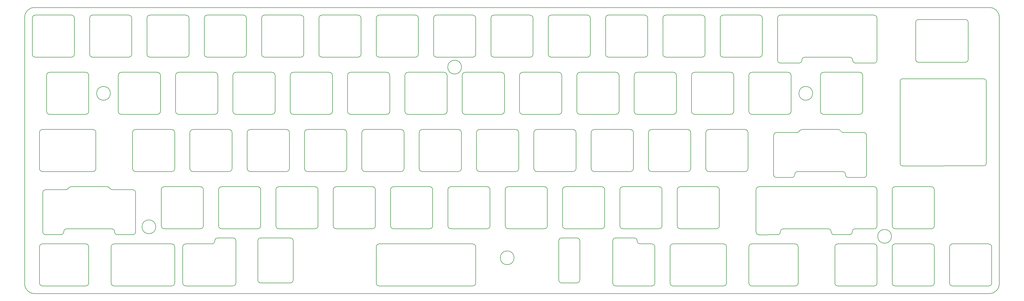
<source format=gbr>
%TF.GenerationSoftware,KiCad,Pcbnew,(5.1.6)-1*%
%TF.CreationDate,2022-08-08T21:24:52-05:00*%
%TF.ProjectId,pinstripe_plate,70696e73-7472-4697-9065-5f706c617465,rev?*%
%TF.SameCoordinates,Original*%
%TF.FileFunction,Profile,NP*%
%FSLAX46Y46*%
G04 Gerber Fmt 4.6, Leading zero omitted, Abs format (unit mm)*
G04 Created by KiCad (PCBNEW (5.1.6)-1) date 2022-08-08 21:24:52*
%MOMM*%
%LPD*%
G01*
G04 APERTURE LIST*
%TA.AperFunction,Profile*%
%ADD10C,0.200000*%
%TD*%
G04 APERTURE END LIST*
D10*
X345631250Y-78437500D02*
X345631250Y-90725000D01*
X363093750Y-78437500D02*
X363093750Y-90725000D01*
X363093750Y-90725000D02*
G75*
G02*
X362093750Y-91725000I-1000000J0D01*
G01*
X346631250Y-91725000D02*
G75*
G02*
X345631250Y-90725000I0J1000000D01*
G01*
X362093750Y-77437500D02*
G75*
G02*
X363093750Y-78437500I0J-1000000D01*
G01*
X345631250Y-78437500D02*
G75*
G02*
X346631250Y-77437500I1000000J0D01*
G01*
X346631250Y-91725000D02*
X362093750Y-91725000D01*
X346631250Y-77437500D02*
X362093750Y-77437500D01*
X340456055Y-98028599D02*
G75*
G02*
X341281500Y-97201750I793695J33099D01*
G01*
X368332500Y-97201750D02*
G75*
G02*
X369094500Y-97963750I0J-762000D01*
G01*
X369094500Y-97963750D02*
X369094500Y-125427750D01*
X340456055Y-125443500D02*
G75*
G03*
X341218055Y-126205500I762000J0D01*
G01*
X368332500Y-126189750D02*
X341218055Y-126205500D01*
X368332500Y-126189750D02*
G75*
G03*
X369094500Y-125427750I0J762000D01*
G01*
X340456055Y-98028599D02*
X340456055Y-125443500D01*
X341281500Y-97201750D02*
X368332500Y-97201750D01*
X194737500Y-93312500D02*
G75*
G03*
X194737500Y-93312500I-2300000J0D01*
G01*
X93137500Y-146493750D02*
G75*
G03*
X93137500Y-146493750I-2300000J0D01*
G01*
X212200000Y-156812500D02*
G75*
G03*
X212200000Y-156812500I-2300000J0D01*
G01*
X337612500Y-149668750D02*
G75*
G03*
X337612500Y-149668750I-2300000J0D01*
G01*
X311418750Y-102043750D02*
G75*
G03*
X311418750Y-102043750I-2300000J0D01*
G01*
X78056250Y-102043750D02*
G75*
G03*
X78056250Y-102043750I-2300000J0D01*
G01*
X373412500Y-165543750D02*
G75*
G02*
X370237500Y-168718750I-3175000J0D01*
G01*
X370237500Y-73468750D02*
G75*
G02*
X373412500Y-76643750I0J-3175000D01*
G01*
X49562500Y-76643750D02*
G75*
G02*
X52737500Y-73468750I3175000J0D01*
G01*
X52737500Y-168718750D02*
G75*
G02*
X49562500Y-165543750I0J3175000D01*
G01*
X234031250Y-164193750D02*
X234031250Y-151193750D01*
X233031250Y-150193750D02*
X228037500Y-150193750D01*
X233031250Y-150193750D02*
G75*
G02*
X234031250Y-151193750I0J-1000000D01*
G01*
X63555750Y-147143750D02*
X78431750Y-147143750D01*
X78431750Y-147143750D02*
G75*
G02*
X79431750Y-148143750I0J-1000000D01*
G01*
X80431750Y-149143750D02*
G75*
G02*
X79431750Y-148143750I0J1000000D01*
G01*
X85431750Y-134143750D02*
G75*
G02*
X86431750Y-135143750I0J-1000000D01*
G01*
X64127725Y-133643750D02*
G75*
G02*
X64993750Y-133143750I866025J-500000D01*
G01*
X62555750Y-148143750D02*
G75*
G02*
X63555750Y-147143750I1000000J0D01*
G01*
X62555750Y-148143750D02*
G75*
G02*
X61555750Y-149143750I-1000000J0D01*
G01*
X78725800Y-134143750D02*
X85431750Y-134143750D01*
X64127725Y-133643750D02*
G75*
G02*
X63261700Y-134143750I-866025J500000D01*
G01*
X86431750Y-135143750D02*
X86431750Y-148143750D01*
X86431750Y-148143750D02*
G75*
G02*
X85431750Y-149143750I-1000000J0D01*
G01*
X80431750Y-149143750D02*
X85431750Y-149143750D01*
X77859775Y-133643750D02*
G75*
G03*
X78725800Y-134143750I866025J500000D01*
G01*
X77859775Y-133643750D02*
G75*
G03*
X76993750Y-133143750I-866025J-500000D01*
G01*
X320747275Y-114593750D02*
G75*
G03*
X321613300Y-115093750I866025J500000D01*
G01*
X320747275Y-114593750D02*
G75*
G03*
X319881250Y-114093750I-866025J-500000D01*
G01*
X324556750Y-148143750D02*
G75*
G02*
X325556750Y-147143750I1000000J0D01*
G01*
X331787500Y-147143750D02*
X325556750Y-147143750D01*
X293593750Y-133143750D02*
X315118749Y-133143750D01*
X301680750Y-147143750D02*
X316556750Y-147143750D01*
X300680750Y-148143750D02*
G75*
G02*
X301680750Y-147143750I1000000J0D01*
G01*
X291212500Y-166193750D02*
X305593750Y-166193750D01*
X291212500Y-152193750D02*
X305593750Y-152193750D01*
X265018750Y-166193750D02*
X281781250Y-166193750D01*
X265018750Y-152193750D02*
X281781250Y-152193750D01*
X254087500Y-152193750D02*
X257968750Y-152193750D01*
X254087500Y-152193750D02*
G75*
G02*
X253087500Y-151193750I0J1000000D01*
G01*
X198437500Y-166193750D02*
X167387500Y-166193750D01*
X198437500Y-152193750D02*
X167387500Y-152193750D01*
X137787500Y-165193750D02*
X128031250Y-165193750D01*
X137787500Y-150193750D02*
X128031250Y-150193750D01*
X119737500Y-151193750D02*
X119745000Y-165193750D01*
X119745000Y-165193750D02*
G75*
G02*
X118745000Y-166193750I-1000000J0D01*
G01*
X103093750Y-152193750D02*
X111737500Y-152193750D01*
X118745000Y-166193750D02*
X103093750Y-166193750D01*
X112737500Y-151193750D02*
G75*
G02*
X111737500Y-152193750I-1000000J0D01*
G01*
X79281250Y-166193750D02*
X98425000Y-166193750D01*
X79281250Y-152193750D02*
X98425000Y-152193750D01*
X55468750Y-166193750D02*
X69850000Y-166193750D01*
X55468750Y-152193750D02*
X69850000Y-152193750D01*
X332787500Y-76993750D02*
X332789000Y-90993750D01*
X331789000Y-91993750D02*
G75*
G03*
X332789000Y-90993750I0J1000000D01*
G01*
X323700500Y-89993750D02*
G75*
G02*
X324700500Y-90993750I0J-1000000D01*
G01*
X308824500Y-89993750D02*
X323700500Y-89993750D01*
X307824500Y-90993750D02*
G75*
G02*
X308824500Y-89993750I1000000J0D01*
G01*
X300737500Y-75993750D02*
X331787500Y-75993750D01*
X55468750Y-128093750D02*
X72231250Y-128093750D01*
X55468750Y-114093750D02*
X72231250Y-114093750D01*
X245968750Y-166193750D02*
X257968750Y-166193750D01*
X167387500Y-89993749D02*
X179387499Y-89993749D01*
X161337499Y-88993750D02*
G75*
G02*
X160337500Y-89993749I-999999J0D01*
G01*
X198437500Y-75993750D02*
G75*
G02*
X199437500Y-76993750I0J-1000000D01*
G01*
X204487500Y-76993750D02*
G75*
G02*
X205487500Y-75993750I1000000J0D01*
G01*
X218487500Y-76993750D02*
X218487500Y-88993750D01*
X204487500Y-76993750D02*
X204487500Y-88993750D01*
X205487500Y-89993749D02*
X217487500Y-89993749D01*
X205487500Y-75993750D02*
X217487500Y-75993750D01*
X199437499Y-88993750D02*
G75*
G02*
X198437500Y-89993749I-999999J0D01*
G01*
X186437500Y-89993750D02*
G75*
G02*
X185437500Y-88993750I0J1000000D01*
G01*
X185437500Y-76993750D02*
X185437500Y-88993750D01*
X186437500Y-75993750D02*
X198437500Y-75993750D01*
X185437500Y-76993750D02*
G75*
G02*
X186437500Y-75993750I1000000J0D01*
G01*
X179387499Y-75993750D02*
G75*
G02*
X180387499Y-76993750I0J-1000000D01*
G01*
X199437500Y-76993750D02*
X199437500Y-88993750D01*
X166387500Y-76993750D02*
X166387500Y-88993750D01*
X148337500Y-89993750D02*
G75*
G02*
X147337500Y-88993750I0J1000000D01*
G01*
X160337500Y-75993750D02*
G75*
G02*
X161337500Y-76993750I0J-1000000D01*
G01*
X167387500Y-89993750D02*
G75*
G02*
X166387500Y-88993750I0J1000000D01*
G01*
X167387500Y-75993750D02*
X179387499Y-75993750D01*
X186437500Y-89993749D02*
X198437500Y-89993749D01*
X180387498Y-88993750D02*
G75*
G02*
X179387499Y-89993749I-999999J0D01*
G01*
X224537500Y-75993750D02*
X236537500Y-75993750D01*
X218487499Y-88993750D02*
G75*
G02*
X217487500Y-89993749I-999999J0D01*
G01*
X180387499Y-76993750D02*
X180387499Y-88993750D01*
X205487500Y-89993750D02*
G75*
G02*
X204487500Y-88993750I0J1000000D01*
G01*
X217487500Y-75993750D02*
G75*
G02*
X218487500Y-76993750I0J-1000000D01*
G01*
X166387500Y-76993750D02*
G75*
G02*
X167387500Y-75993750I1000000J0D01*
G01*
X123237500Y-76993750D02*
X123237500Y-88993750D01*
X109237500Y-76993750D02*
X109237500Y-88993750D01*
X103187500Y-75993750D02*
G75*
G02*
X104187500Y-76993750I0J-1000000D01*
G01*
X129287500Y-89993749D02*
X141287500Y-89993749D01*
X72137500Y-75993750D02*
X84137500Y-75993750D01*
X65087500Y-75993751D02*
G75*
G02*
X66087499Y-76993750I0J-999999D01*
G01*
X109237500Y-76993750D02*
G75*
G02*
X110237500Y-75993750I1000000J0D01*
G01*
X147337500Y-76993750D02*
G75*
G02*
X148337500Y-75993750I1000000J0D01*
G01*
X142287499Y-88993750D02*
G75*
G02*
X141287500Y-89993749I-999999J0D01*
G01*
X91187500Y-89993749D02*
X103187500Y-89993749D01*
X53087500Y-89993750D02*
G75*
G02*
X52087500Y-88993750I0J1000000D01*
G01*
X72137500Y-89993749D02*
X84137500Y-89993749D01*
X161337500Y-76993750D02*
X161337500Y-88993750D01*
X147337500Y-76993750D02*
X147337500Y-88993750D01*
X148337500Y-89993749D02*
X160337500Y-89993749D01*
X66087499Y-88993750D02*
G75*
G02*
X65087500Y-89993749I-999999J0D01*
G01*
X148337500Y-75993750D02*
X160337500Y-75993750D01*
X141287500Y-75993750D02*
G75*
G02*
X142287500Y-76993750I0J-1000000D01*
G01*
X53087500Y-89993749D02*
X65087500Y-89993749D01*
X123237499Y-88993750D02*
G75*
G02*
X122237500Y-89993749I-999999J0D01*
G01*
X122237500Y-75993750D02*
G75*
G02*
X123237500Y-76993750I0J-1000000D01*
G01*
X104187500Y-76993750D02*
X104187500Y-88993750D01*
X71137500Y-76993750D02*
X71137500Y-88993750D01*
X52087500Y-76993750D02*
G75*
G02*
X53087500Y-75993750I1000000J0D01*
G01*
X90187500Y-76993750D02*
G75*
G02*
X91187500Y-75993750I1000000J0D01*
G01*
X142287500Y-76993750D02*
X142287500Y-88993750D01*
X91187500Y-75993750D02*
X103187500Y-75993750D01*
X104187499Y-88993750D02*
G75*
G02*
X103187500Y-89993749I-999999J0D01*
G01*
X72137500Y-89993750D02*
G75*
G02*
X71137500Y-88993750I0J1000000D01*
G01*
X129287500Y-75993750D02*
X141287500Y-75993750D01*
X110237500Y-75993750D02*
X122237500Y-75993750D01*
X52087500Y-76993750D02*
X52087500Y-88993750D01*
X110237500Y-89993750D02*
G75*
G02*
X109237500Y-88993750I0J1000000D01*
G01*
X129287500Y-89993750D02*
G75*
G02*
X128287500Y-88993750I0J1000000D01*
G01*
X128287500Y-76993750D02*
G75*
G02*
X129287500Y-75993750I1000000J0D01*
G01*
X128287500Y-76993750D02*
X128287500Y-88993750D01*
X84137500Y-75993750D02*
G75*
G02*
X85137500Y-76993750I0J-1000000D01*
G01*
X91187500Y-89993750D02*
G75*
G02*
X90187500Y-88993750I0J1000000D01*
G01*
X85137499Y-88993750D02*
G75*
G02*
X84137500Y-89993749I-999999J0D01*
G01*
X90187500Y-76993750D02*
X90187500Y-88993750D01*
X53087500Y-75993750D02*
X65087500Y-75993750D01*
X66087499Y-76993750D02*
X66087499Y-88993750D01*
X85137500Y-76993750D02*
X85137500Y-88993750D01*
X110237500Y-89993749D02*
X122237500Y-89993749D01*
X71137500Y-76993750D02*
G75*
G02*
X72137500Y-75993750I1000000J0D01*
G01*
X81662500Y-109043750D02*
G75*
G02*
X80662500Y-108043750I0J1000000D01*
G01*
X80662500Y-96043750D02*
X80662500Y-108043750D01*
X57850000Y-95043750D02*
X69850000Y-95043750D01*
X112712500Y-95043750D02*
G75*
G02*
X113712500Y-96043750I0J-1000000D01*
G01*
X81662500Y-109043750D02*
X93662500Y-109043750D01*
X113712500Y-96043750D02*
X113712500Y-108043750D01*
X331787500Y-75993750D02*
G75*
G02*
X332787500Y-76993750I0J-1000000D01*
G01*
X80662500Y-96043750D02*
G75*
G02*
X81662500Y-95043750I1000000J0D01*
G01*
X70850000Y-108043750D02*
G75*
G02*
X69850000Y-109043750I-1000000J0D01*
G01*
X100712500Y-109043750D02*
X112712500Y-109043750D01*
X57850000Y-109043750D02*
X69850000Y-109043750D01*
X69850000Y-95043750D02*
G75*
G02*
X70850000Y-96043750I0J-1000000D01*
G01*
X150812500Y-95043750D02*
G75*
G02*
X151812500Y-96043750I0J-1000000D01*
G01*
X119762500Y-95043750D02*
X131762500Y-95043750D01*
X94662500Y-96043750D02*
X94662500Y-108043750D01*
X100712500Y-109043750D02*
G75*
G02*
X99712500Y-108043750I0J1000000D01*
G01*
X157862500Y-109043750D02*
X169862500Y-109043750D01*
X157862500Y-95043750D02*
X169862500Y-95043750D01*
X56850000Y-96043750D02*
X56850000Y-108043750D01*
X151812500Y-108043750D02*
G75*
G02*
X150812500Y-109043750I-1000000J0D01*
G01*
X137812500Y-96043750D02*
X137812500Y-108043750D01*
X131762500Y-95043750D02*
G75*
G02*
X132762500Y-96043750I0J-1000000D01*
G01*
X113712500Y-108043750D02*
G75*
G02*
X112712500Y-109043750I-1000000J0D01*
G01*
X118762500Y-96043750D02*
X118762500Y-108043750D01*
X57850000Y-109043750D02*
G75*
G02*
X56850000Y-108043750I0J1000000D01*
G01*
X132762500Y-96043750D02*
X132762500Y-108043750D01*
X138812500Y-109043750D02*
G75*
G02*
X137812500Y-108043750I0J1000000D01*
G01*
X56850000Y-96043750D02*
G75*
G02*
X57850000Y-95043750I1000000J0D01*
G01*
X70850000Y-96043750D02*
X70850000Y-108043750D01*
X137812500Y-96043750D02*
G75*
G02*
X138812500Y-95043750I1000000J0D01*
G01*
X99712500Y-96043750D02*
G75*
G02*
X100712500Y-95043750I1000000J0D01*
G01*
X151812500Y-96043750D02*
X151812500Y-108043750D01*
X118762500Y-96043750D02*
G75*
G02*
X119762500Y-95043750I1000000J0D01*
G01*
X138812500Y-109043750D02*
X150812500Y-109043750D01*
X138812500Y-95043750D02*
X150812500Y-95043750D01*
X132762500Y-108043750D02*
G75*
G02*
X131762500Y-109043750I-1000000J0D01*
G01*
X94662500Y-108043750D02*
G75*
G02*
X93662500Y-109043750I-1000000J0D01*
G01*
X119762500Y-109043750D02*
G75*
G02*
X118762500Y-108043750I0J1000000D01*
G01*
X93662500Y-95043750D02*
G75*
G02*
X94662500Y-96043750I0J-1000000D01*
G01*
X99712500Y-96043750D02*
X99712500Y-108043750D01*
X81662500Y-95043750D02*
X93662500Y-95043750D01*
X119762500Y-109043750D02*
X131762500Y-109043750D01*
X100712500Y-95043750D02*
X112712500Y-95043750D01*
X237537499Y-88993750D02*
G75*
G02*
X236537500Y-89993749I-999999J0D01*
G01*
X223537500Y-76993750D02*
G75*
G02*
X224537500Y-75993750I1000000J0D01*
G01*
X281687500Y-89993749D02*
X293687500Y-89993749D01*
X281687500Y-89993750D02*
G75*
G02*
X280687500Y-88993750I0J1000000D01*
G01*
X256587500Y-76993750D02*
X256587500Y-88993750D01*
X294687499Y-88993750D02*
G75*
G02*
X293687500Y-89993749I-999999J0D01*
G01*
X242587500Y-76993750D02*
X242587500Y-88993750D01*
X262637500Y-89993749D02*
X274637500Y-89993749D01*
X223537500Y-76993750D02*
X223537500Y-88993750D01*
X307824500Y-90993750D02*
G75*
G02*
X306824500Y-91993750I-1000000J0D01*
G01*
X262637500Y-89993750D02*
G75*
G02*
X261637500Y-88993750I0J1000000D01*
G01*
X275637500Y-76993750D02*
X275637500Y-88993750D01*
X300736000Y-91993750D02*
G75*
G02*
X299736000Y-90993750I0J1000000D01*
G01*
X300736000Y-91993750D02*
X306824500Y-91993750D01*
X325700500Y-91993750D02*
G75*
G02*
X324700500Y-90993750I0J1000000D01*
G01*
X275637499Y-88993750D02*
G75*
G02*
X274637500Y-89993749I-999999J0D01*
G01*
X224537500Y-89993749D02*
X236537500Y-89993749D01*
X325700500Y-91993750D02*
X331789000Y-91993750D01*
X256587499Y-88993750D02*
G75*
G02*
X255587500Y-89993749I-999999J0D01*
G01*
X243587500Y-89993749D02*
X255587500Y-89993749D01*
X237537500Y-76993750D02*
X237537500Y-88993750D01*
X299737500Y-76993750D02*
X299736000Y-90993750D01*
X280687500Y-76993750D02*
X280687500Y-88993750D01*
X281687500Y-75993750D02*
X293687500Y-75993750D01*
X262637500Y-75993750D02*
X274637500Y-75993750D01*
X243587500Y-89993750D02*
G75*
G02*
X242587500Y-88993750I0J1000000D01*
G01*
X255587500Y-75993750D02*
G75*
G02*
X256587500Y-76993750I0J-1000000D01*
G01*
X261637500Y-76993750D02*
G75*
G02*
X262637500Y-75993750I1000000J0D01*
G01*
X299737500Y-76993750D02*
G75*
G02*
X300737500Y-75993750I1000000J0D01*
G01*
X236537500Y-75993750D02*
G75*
G02*
X237537500Y-76993750I0J-1000000D01*
G01*
X280687500Y-76993750D02*
G75*
G02*
X281687500Y-75993750I1000000J0D01*
G01*
X274637500Y-75993750D02*
G75*
G02*
X275637500Y-76993750I0J-1000000D01*
G01*
X294687500Y-76993750D02*
X294687500Y-88993750D01*
X293687500Y-75993750D02*
G75*
G02*
X294687500Y-76993750I0J-1000000D01*
G01*
X243587500Y-75993750D02*
X255587500Y-75993750D01*
X224537500Y-89993750D02*
G75*
G02*
X223537500Y-88993750I0J1000000D01*
G01*
X261637500Y-76993750D02*
X261637500Y-88993750D01*
X242587500Y-76993750D02*
G75*
G02*
X243587500Y-75993750I1000000J0D01*
G01*
X290212500Y-96043750D02*
X290212500Y-108043750D01*
X157862500Y-109043750D02*
G75*
G02*
X156862500Y-108043750I0J1000000D01*
G01*
X170862500Y-96043750D02*
X170862500Y-108043750D01*
X253112500Y-109043750D02*
G75*
G02*
X252112500Y-108043750I0J1000000D01*
G01*
X266112500Y-108043750D02*
G75*
G02*
X265112500Y-109043750I-1000000J0D01*
G01*
X215012500Y-95043750D02*
X227012500Y-95043750D01*
X253112500Y-109043750D02*
X265112500Y-109043750D01*
X253112500Y-95043750D02*
X265112500Y-95043750D01*
X271162500Y-96043750D02*
X271162500Y-108043750D01*
X266112500Y-96043750D02*
X266112500Y-108043750D01*
X246062500Y-95043750D02*
G75*
G02*
X247062500Y-96043750I0J-1000000D01*
G01*
X233062500Y-96043750D02*
G75*
G02*
X234062500Y-95043750I1000000J0D01*
G01*
X227012500Y-95043750D02*
G75*
G02*
X228012500Y-96043750I0J-1000000D01*
G01*
X175912500Y-96043750D02*
X175912500Y-108043750D01*
X315024999Y-95043750D02*
X327025000Y-95043750D01*
X215012500Y-109043750D02*
G75*
G02*
X214012500Y-108043750I0J1000000D01*
G01*
X176912500Y-109043750D02*
X188912500Y-109043750D01*
X247062500Y-108043750D02*
G75*
G02*
X246062500Y-109043750I-1000000J0D01*
G01*
X195962500Y-95043750D02*
X207962500Y-95043750D01*
X315024999Y-109043750D02*
X327025000Y-109043750D01*
X304212500Y-108043750D02*
G75*
G02*
X303212500Y-109043750I-1000000J0D01*
G01*
X272162500Y-109043750D02*
G75*
G02*
X271162500Y-108043750I0J1000000D01*
G01*
X207962500Y-95043750D02*
G75*
G02*
X208962500Y-96043750I0J-1000000D01*
G01*
X194962500Y-96043750D02*
X194962500Y-108043750D01*
X291212500Y-109043750D02*
G75*
G02*
X290212500Y-108043750I0J1000000D01*
G01*
X291212500Y-95043750D02*
X303212500Y-95043750D01*
X303212500Y-95043750D02*
G75*
G02*
X304212500Y-96043750I0J-1000000D01*
G01*
X290212500Y-96043750D02*
G75*
G02*
X291212500Y-95043750I1000000J0D01*
G01*
X265112500Y-95043750D02*
G75*
G02*
X266112500Y-96043750I0J-1000000D01*
G01*
X285162500Y-108043750D02*
G75*
G02*
X284162500Y-109043750I-1000000J0D01*
G01*
X195962500Y-109043750D02*
G75*
G02*
X194962500Y-108043750I0J1000000D01*
G01*
X284162500Y-95043750D02*
G75*
G02*
X285162500Y-96043750I0J-1000000D01*
G01*
X285162500Y-96043750D02*
X285162500Y-108043750D01*
X272162500Y-109043750D02*
X284162500Y-109043750D01*
X272162500Y-95043750D02*
X284162500Y-95043750D01*
X234062500Y-95043750D02*
X246062500Y-95043750D01*
X176912500Y-109043750D02*
G75*
G02*
X175912500Y-108043750I0J1000000D01*
G01*
X176912500Y-95043750D02*
X188912500Y-95043750D01*
X156862500Y-96043750D02*
X156862500Y-108043750D01*
X234062500Y-109043750D02*
X246062500Y-109043750D01*
X215012500Y-109043750D02*
X227012500Y-109043750D01*
X208962500Y-108043750D02*
G75*
G02*
X207962500Y-109043750I-1000000J0D01*
G01*
X189912500Y-108043750D02*
G75*
G02*
X188912500Y-109043750I-1000000J0D01*
G01*
X188912500Y-95043750D02*
G75*
G02*
X189912500Y-96043750I0J-1000000D01*
G01*
X175912500Y-96043750D02*
G75*
G02*
X176912500Y-95043750I1000000J0D01*
G01*
X228012500Y-108043750D02*
G75*
G02*
X227012500Y-109043750I-1000000J0D01*
G01*
X208962500Y-96043750D02*
X208962500Y-108043750D01*
X247062500Y-96043750D02*
X247062500Y-108043750D01*
X156862500Y-96043750D02*
G75*
G02*
X157862500Y-95043750I1000000J0D01*
G01*
X228012500Y-96043750D02*
X228012500Y-108043750D01*
X194962500Y-96043750D02*
G75*
G02*
X195962500Y-95043750I1000000J0D01*
G01*
X234062500Y-109043750D02*
G75*
G02*
X233062500Y-108043750I0J1000000D01*
G01*
X214012500Y-96043750D02*
X214012500Y-108043750D01*
X214012500Y-96043750D02*
G75*
G02*
X215012500Y-95043750I1000000J0D01*
G01*
X233062500Y-96043750D02*
X233062500Y-108043750D01*
X170862500Y-108043750D02*
G75*
G02*
X169862500Y-109043750I-1000000J0D01*
G01*
X271162500Y-96043750D02*
G75*
G02*
X272162500Y-95043750I1000000J0D01*
G01*
X252112500Y-96043750D02*
G75*
G02*
X253112500Y-95043750I1000000J0D01*
G01*
X304212500Y-96043750D02*
X304212500Y-108043750D01*
X252112500Y-96043750D02*
X252112500Y-108043750D01*
X291212500Y-109043750D02*
X303212500Y-109043750D01*
X169862500Y-95043750D02*
G75*
G02*
X170862500Y-96043750I0J-1000000D01*
G01*
X195962500Y-109043750D02*
X207962500Y-109043750D01*
X189912500Y-96043750D02*
X189912500Y-108043750D01*
X327025000Y-95043750D02*
G75*
G02*
X328025000Y-96043750I0J-1000000D01*
G01*
X314024999Y-96043750D02*
X314024999Y-108043750D01*
X328025000Y-96043750D02*
X328025000Y-108043750D01*
X314024999Y-96043750D02*
G75*
G02*
X315024999Y-95043750I1000000J0D01*
G01*
X72231250Y-114093750D02*
G75*
G02*
X73231250Y-115093750I0J-1000000D01*
G01*
X73231250Y-115093750D02*
X73231250Y-127093750D01*
X54468750Y-115093750D02*
X54468750Y-127093750D01*
X54468750Y-115093750D02*
G75*
G02*
X55468750Y-114093750I1000000J0D01*
G01*
X73231250Y-127093750D02*
G75*
G02*
X72231250Y-128093750I-1000000J0D01*
G01*
X328025000Y-108043750D02*
G75*
G02*
X327025000Y-109043750I-1000000J0D01*
G01*
X315024999Y-109043750D02*
G75*
G02*
X314024999Y-108043750I0J1000000D01*
G01*
X105475000Y-128093750D02*
G75*
G02*
X104475000Y-127093750I0J1000000D01*
G01*
X117475000Y-114093750D02*
G75*
G02*
X118475000Y-115093750I0J-1000000D01*
G01*
X105475000Y-114093750D02*
X117475000Y-114093750D01*
X199725000Y-115093750D02*
G75*
G02*
X200725000Y-114093750I1000000J0D01*
G01*
X143575000Y-128093750D02*
X155575000Y-128093750D01*
X193675000Y-114093750D02*
G75*
G02*
X194675000Y-115093750I0J-1000000D01*
G01*
X180675000Y-115093750D02*
G75*
G02*
X181675000Y-114093750I1000000J0D01*
G01*
X124525000Y-128093750D02*
G75*
G02*
X123525000Y-127093750I0J1000000D01*
G01*
X118475000Y-127093750D02*
G75*
G02*
X117475000Y-128093750I-1000000J0D01*
G01*
X142575000Y-115093750D02*
G75*
G02*
X143575000Y-114093750I1000000J0D01*
G01*
X194675000Y-115093750D02*
X194675000Y-127093750D01*
X161625000Y-115093750D02*
X161625000Y-127093750D01*
X156575000Y-127093750D02*
G75*
G02*
X155575000Y-128093750I-1000000J0D01*
G01*
X85425000Y-115093750D02*
G75*
G02*
X86425000Y-114093750I1000000J0D01*
G01*
X162625000Y-114093750D02*
X174625000Y-114093750D01*
X123525000Y-115093750D02*
X123525000Y-127093750D01*
X155575000Y-114093750D02*
G75*
G02*
X156575000Y-115093750I0J-1000000D01*
G01*
X232775000Y-115093750D02*
X232775000Y-127093750D01*
X219775000Y-114093750D02*
X231775000Y-114093750D01*
X143575000Y-128093750D02*
G75*
G02*
X142575000Y-127093750I0J1000000D01*
G01*
X174625000Y-114093750D02*
G75*
G02*
X175625000Y-115093750I0J-1000000D01*
G01*
X162625000Y-128093750D02*
X174625000Y-128093750D01*
X200725000Y-128093750D02*
G75*
G02*
X199725000Y-127093750I0J1000000D01*
G01*
X175625000Y-127093750D02*
G75*
G02*
X174625000Y-128093750I-1000000J0D01*
G01*
X124525000Y-128093750D02*
X136525000Y-128093750D01*
X142575000Y-115093750D02*
X142575000Y-127093750D01*
X136525000Y-114093750D02*
G75*
G02*
X137525000Y-115093750I0J-1000000D01*
G01*
X199725000Y-115093750D02*
X199725000Y-127093750D01*
X86425000Y-128093750D02*
G75*
G02*
X85425000Y-127093750I0J1000000D01*
G01*
X124525000Y-114093750D02*
X136525000Y-114093750D01*
X213725000Y-115093750D02*
X213725000Y-127093750D01*
X200725000Y-114093750D02*
X212725000Y-114093750D01*
X99425000Y-127093750D02*
G75*
G02*
X98425000Y-128093750I-1000000J0D01*
G01*
X200725000Y-128093750D02*
X212725000Y-128093750D01*
X181675000Y-114093750D02*
X193675000Y-114093750D01*
X137525000Y-127093750D02*
G75*
G02*
X136525000Y-128093750I-1000000J0D01*
G01*
X99425000Y-115093750D02*
X99425000Y-127093750D01*
X123525000Y-115093750D02*
G75*
G02*
X124525000Y-114093750I1000000J0D01*
G01*
X104475000Y-115093750D02*
X104475000Y-127093750D01*
X86425000Y-128093750D02*
X98425000Y-128093750D01*
X194675000Y-127093750D02*
G75*
G02*
X193675000Y-128093750I-1000000J0D01*
G01*
X180675000Y-115093750D02*
X180675000Y-127093750D01*
X118475000Y-115093750D02*
X118475000Y-127093750D01*
X162625000Y-128093750D02*
G75*
G02*
X161625000Y-127093750I0J1000000D01*
G01*
X181675000Y-128093750D02*
G75*
G02*
X180675000Y-127093750I0J1000000D01*
G01*
X231775000Y-114093750D02*
G75*
G02*
X232775000Y-115093750I0J-1000000D01*
G01*
X181675000Y-128093750D02*
X193675000Y-128093750D01*
X218775000Y-115093750D02*
G75*
G02*
X219775000Y-114093750I1000000J0D01*
G01*
X86425000Y-114093750D02*
X98425000Y-114093750D01*
X156575000Y-115093750D02*
X156575000Y-127093750D01*
X143575000Y-114093750D02*
X155575000Y-114093750D01*
X85425000Y-115093750D02*
X85425000Y-127093750D01*
X218775000Y-115093750D02*
X218775000Y-127093750D01*
X219775000Y-128093750D02*
X231775000Y-128093750D01*
X213725000Y-127093750D02*
G75*
G02*
X212725000Y-128093750I-1000000J0D01*
G01*
X212725000Y-114093750D02*
G75*
G02*
X213725000Y-115093750I0J-1000000D01*
G01*
X161625000Y-115093750D02*
G75*
G02*
X162625000Y-114093750I1000000J0D01*
G01*
X98425000Y-114093750D02*
G75*
G02*
X99425000Y-115093750I0J-1000000D01*
G01*
X105475000Y-128093750D02*
X117475000Y-128093750D01*
X55468750Y-128093750D02*
G75*
G02*
X54468750Y-127093750I0J1000000D01*
G01*
X137525000Y-115093750D02*
X137525000Y-127093750D01*
X175625000Y-115093750D02*
X175625000Y-127093750D01*
X104475000Y-115093750D02*
G75*
G02*
X105475000Y-114093750I1000000J0D01*
G01*
X115000000Y-147143750D02*
G75*
G02*
X114000000Y-146143750I0J1000000D01*
G01*
X114000000Y-134143750D02*
G75*
G02*
X115000000Y-133143750I1000000J0D01*
G01*
X128000000Y-134143750D02*
X128000000Y-146143750D01*
X107950000Y-133143750D02*
G75*
G02*
X108950000Y-134143750I0J-1000000D01*
G01*
X94950000Y-134143750D02*
G75*
G02*
X95950000Y-133143750I1000000J0D01*
G01*
X127000000Y-133143750D02*
G75*
G02*
X128000000Y-134143750I0J-1000000D01*
G01*
X55555750Y-135143750D02*
G75*
G02*
X56555750Y-134143750I1000000J0D01*
G01*
X56555750Y-149143750D02*
X61555750Y-149143750D01*
X114000000Y-134143750D02*
X114000000Y-146143750D01*
X115000000Y-133143750D02*
X127000000Y-133143750D01*
X108950000Y-146143750D02*
G75*
G02*
X107950000Y-147143750I-1000000J0D01*
G01*
X95950000Y-147143750D02*
G75*
G02*
X94950000Y-146143750I0J1000000D01*
G01*
X94950000Y-134143750D02*
X94950000Y-146143750D01*
X95950000Y-133143750D02*
X107950000Y-133143750D01*
X56555750Y-149143750D02*
G75*
G02*
X55555750Y-148143750I0J1000000D01*
G01*
X55555750Y-135143750D02*
X55555750Y-148143750D01*
X95950000Y-147143750D02*
X107950000Y-147143750D01*
X108950000Y-134143750D02*
X108950000Y-146143750D01*
X115000000Y-147143750D02*
X127000000Y-147143750D01*
X134050000Y-147143750D02*
X146050000Y-147143750D01*
X134050000Y-133143750D02*
X146050000Y-133143750D01*
X128000000Y-146143750D02*
G75*
G02*
X127000000Y-147143750I-1000000J0D01*
G01*
X56555750Y-134143750D02*
X63261700Y-134143750D01*
X321319250Y-128093750D02*
G75*
G02*
X322319250Y-129093750I0J-1000000D01*
G01*
X269875000Y-114093750D02*
G75*
G02*
X270875000Y-115093750I0J-1000000D01*
G01*
X237825000Y-115093750D02*
G75*
G02*
X238825000Y-114093750I1000000J0D01*
G01*
X288925000Y-114093750D02*
G75*
G02*
X289925000Y-115093750I0J-1000000D01*
G01*
X237825000Y-115093750D02*
X237825000Y-127093750D01*
X275925000Y-115093750D02*
X275925000Y-127093750D01*
X298443250Y-116093750D02*
G75*
G02*
X299443250Y-115093750I1000000J0D01*
G01*
X323319250Y-130093750D02*
G75*
G02*
X322319250Y-129093750I0J1000000D01*
G01*
X238825000Y-114093750D02*
X250825000Y-114093750D01*
X219775000Y-128093750D02*
G75*
G02*
X218775000Y-127093750I0J1000000D01*
G01*
X328319250Y-115093750D02*
G75*
G02*
X329319250Y-116093750I0J-1000000D01*
G01*
X251825000Y-127093750D02*
G75*
G02*
X250825000Y-128093750I-1000000J0D01*
G01*
X250825000Y-114093750D02*
G75*
G02*
X251825000Y-115093750I0J-1000000D01*
G01*
X299443250Y-130093750D02*
G75*
G02*
X298443250Y-129093750I0J1000000D01*
G01*
X257875000Y-128093750D02*
X269875000Y-128093750D01*
X256875000Y-115093750D02*
G75*
G02*
X257875000Y-114093750I1000000J0D01*
G01*
X289925000Y-127093750D02*
G75*
G02*
X288925000Y-128093750I-1000000J0D01*
G01*
X289925000Y-115093750D02*
X289925000Y-127093750D01*
X275925000Y-115093750D02*
G75*
G02*
X276925000Y-114093750I1000000J0D01*
G01*
X256875000Y-115093750D02*
X256875000Y-127093750D01*
X307015225Y-114593750D02*
G75*
G02*
X307881250Y-114093750I866025J-500000D01*
G01*
X307881250Y-114093750D02*
X319881250Y-114093750D01*
X298443250Y-116093750D02*
X298443250Y-129093750D01*
X305443250Y-129093750D02*
G75*
G02*
X306443250Y-128093750I1000000J0D01*
G01*
X270875000Y-115093750D02*
X270875000Y-127093750D01*
X306443250Y-128093750D02*
X321319250Y-128093750D01*
X299443250Y-130093750D02*
X304443250Y-130093750D01*
X299443250Y-115093750D02*
X306149200Y-115093750D01*
X276925000Y-128093750D02*
X288925000Y-128093750D01*
X305443250Y-129093750D02*
G75*
G02*
X304443250Y-130093750I-1000000J0D01*
G01*
X257875000Y-128093750D02*
G75*
G02*
X256875000Y-127093750I0J1000000D01*
G01*
X64993750Y-133143750D02*
X76993750Y-133143750D01*
X321613300Y-115093750D02*
X328319250Y-115093750D01*
X270875000Y-127093750D02*
G75*
G02*
X269875000Y-128093750I-1000000J0D01*
G01*
X257875000Y-114093750D02*
X269875000Y-114093750D01*
X307015225Y-114593750D02*
G75*
G02*
X306149200Y-115093750I-866025J500000D01*
G01*
X276925000Y-128093750D02*
G75*
G02*
X275925000Y-127093750I0J1000000D01*
G01*
X329319250Y-116093750D02*
X329319250Y-129093750D01*
X251825000Y-115093750D02*
X251825000Y-127093750D01*
X276925000Y-114093750D02*
X288925000Y-114093750D01*
X329319250Y-129093750D02*
G75*
G02*
X328319250Y-130093750I-1000000J0D01*
G01*
X238825000Y-128093750D02*
X250825000Y-128093750D01*
X238825000Y-128093750D02*
G75*
G02*
X237825000Y-127093750I0J1000000D01*
G01*
X323319250Y-130093750D02*
X328319250Y-130093750D01*
X232775000Y-127093750D02*
G75*
G02*
X231775000Y-128093750I-1000000J0D01*
G01*
X337837500Y-134143750D02*
G75*
G02*
X338837500Y-133143750I1000000J0D01*
G01*
X54468750Y-153193750D02*
X54468750Y-165193750D01*
X338837500Y-147143750D02*
G75*
G02*
X337837500Y-146143750I0J1000000D01*
G01*
X332787500Y-134143750D02*
X332787500Y-146143750D01*
X300680750Y-148143750D02*
G75*
G02*
X299680750Y-149143750I-1000000J0D01*
G01*
X337837500Y-134143750D02*
X337837500Y-146143750D01*
X318556750Y-149143750D02*
G75*
G02*
X317556750Y-148143750I0J1000000D01*
G01*
X338837500Y-147143750D02*
X350837500Y-147143750D01*
X338837500Y-133143750D02*
X350837500Y-133143750D01*
X293593750Y-149150000D02*
X299680750Y-149143750D01*
X292593750Y-134143750D02*
X292593750Y-148150000D01*
X316556750Y-147143750D02*
G75*
G02*
X317556750Y-148143750I0J-1000000D01*
G01*
X55468750Y-166193750D02*
G75*
G02*
X54468750Y-165193750I0J1000000D01*
G01*
X54468750Y-153193750D02*
G75*
G02*
X55468750Y-152193750I1000000J0D01*
G01*
X332787500Y-146143750D02*
G75*
G02*
X331787500Y-147143750I-1000000J0D01*
G01*
X318556750Y-149143750D02*
X323556750Y-149143750D01*
X351837500Y-146143750D02*
G75*
G02*
X350837500Y-147143750I-1000000J0D01*
G01*
X331787500Y-133143750D02*
G75*
G02*
X332787500Y-134143750I0J-1000000D01*
G01*
X293593750Y-149150000D02*
G75*
G02*
X292593750Y-148150000I0J1000000D01*
G01*
X292593750Y-134143750D02*
G75*
G02*
X293593750Y-133143750I1000000J0D01*
G01*
X350837500Y-133143750D02*
G75*
G02*
X351837500Y-134143750I0J-1000000D01*
G01*
X351837500Y-134143750D02*
X351837500Y-146143750D01*
X315118749Y-133143750D02*
X331787500Y-133143750D01*
X324556750Y-148143750D02*
G75*
G02*
X323556750Y-149143750I-1000000J0D01*
G01*
X247350000Y-134143750D02*
G75*
G02*
X248350000Y-133143750I1000000J0D01*
G01*
X153100000Y-133143750D02*
X165100000Y-133143750D01*
X147050000Y-146143750D02*
G75*
G02*
X146050000Y-147143750I-1000000J0D01*
G01*
X229300000Y-147143750D02*
G75*
G02*
X228300000Y-146143750I0J1000000D01*
G01*
X185150000Y-134143750D02*
X185150000Y-146143750D01*
X223250000Y-146143750D02*
G75*
G02*
X222250000Y-147143750I-1000000J0D01*
G01*
X210250000Y-147143750D02*
G75*
G02*
X209250000Y-146143750I0J1000000D01*
G01*
X172150000Y-133143750D02*
X184150000Y-133143750D01*
X153100000Y-147143750D02*
X165100000Y-147143750D01*
X172150000Y-147143750D02*
G75*
G02*
X171150000Y-146143750I0J1000000D01*
G01*
X222250000Y-133143750D02*
G75*
G02*
X223250000Y-134143750I0J-1000000D01*
G01*
X133050000Y-134143750D02*
X133050000Y-146143750D01*
X191200000Y-147143750D02*
X203200000Y-147143750D01*
X190200000Y-134143750D02*
G75*
G02*
X191200000Y-133143750I1000000J0D01*
G01*
X190200000Y-134143750D02*
X190200000Y-146143750D01*
X152100000Y-134143750D02*
G75*
G02*
X153100000Y-133143750I1000000J0D01*
G01*
X185150000Y-146143750D02*
G75*
G02*
X184150000Y-147143750I-1000000J0D01*
G01*
X280400000Y-146143750D02*
G75*
G02*
X279400000Y-147143750I-1000000J0D01*
G01*
X279400000Y-133143750D02*
G75*
G02*
X280400000Y-134143750I0J-1000000D01*
G01*
X191200000Y-133143750D02*
X203200000Y-133143750D01*
X204200000Y-146143750D02*
G75*
G02*
X203200000Y-147143750I-1000000J0D01*
G01*
X204200000Y-134143750D02*
X204200000Y-146143750D01*
X247350000Y-134143750D02*
X247350000Y-146143750D01*
X210250000Y-147143750D02*
X222250000Y-147143750D01*
X166100000Y-134143750D02*
X166100000Y-146143750D01*
X171150000Y-134143750D02*
G75*
G02*
X172150000Y-133143750I1000000J0D01*
G01*
X166100000Y-146143750D02*
G75*
G02*
X165100000Y-147143750I-1000000J0D01*
G01*
X248350000Y-147143750D02*
G75*
G02*
X247350000Y-146143750I0J1000000D01*
G01*
X228300000Y-134143750D02*
G75*
G02*
X229300000Y-133143750I1000000J0D01*
G01*
X152100000Y-134143750D02*
X152100000Y-146143750D01*
X280400000Y-134143750D02*
X280400000Y-146143750D01*
X228300000Y-134143750D02*
X228300000Y-146143750D01*
X260350000Y-133143750D02*
G75*
G02*
X261350000Y-134143750I0J-1000000D01*
G01*
X248350000Y-133143750D02*
X260350000Y-133143750D01*
X241300000Y-133143750D02*
G75*
G02*
X242300000Y-134143750I0J-1000000D01*
G01*
X242300000Y-134143750D02*
X242300000Y-146143750D01*
X209250000Y-134143750D02*
X209250000Y-146143750D01*
X172150000Y-147143750D02*
X184150000Y-147143750D01*
X153100000Y-147143750D02*
G75*
G02*
X152100000Y-146143750I0J1000000D01*
G01*
X133050000Y-134143750D02*
G75*
G02*
X134050000Y-133143750I1000000J0D01*
G01*
X229300000Y-147143750D02*
X241300000Y-147143750D01*
X209250000Y-134143750D02*
G75*
G02*
X210250000Y-133143750I1000000J0D01*
G01*
X146050000Y-133143750D02*
G75*
G02*
X147050000Y-134143750I0J-1000000D01*
G01*
X210250000Y-133143750D02*
X222250000Y-133143750D01*
X229300000Y-133143750D02*
X241300000Y-133143750D01*
X223250000Y-134143750D02*
X223250000Y-146143750D01*
X267400000Y-147143750D02*
G75*
G02*
X266400000Y-146143750I0J1000000D01*
G01*
X184150000Y-133143750D02*
G75*
G02*
X185150000Y-134143750I0J-1000000D01*
G01*
X171150000Y-134143750D02*
X171150000Y-146143750D01*
X266400000Y-134143750D02*
G75*
G02*
X267400000Y-133143750I1000000J0D01*
G01*
X266400000Y-134143750D02*
X266400000Y-146143750D01*
X267400000Y-147143750D02*
X279400000Y-147143750D01*
X267400000Y-133143750D02*
X279400000Y-133143750D01*
X248350000Y-147143750D02*
X260350000Y-147143750D01*
X261350000Y-146143750D02*
G75*
G02*
X260350000Y-147143750I-1000000J0D01*
G01*
X261350000Y-134143750D02*
X261350000Y-146143750D01*
X147050000Y-134143750D02*
X147050000Y-146143750D01*
X191200000Y-147143750D02*
G75*
G02*
X190200000Y-146143750I0J1000000D01*
G01*
X165100000Y-133143750D02*
G75*
G02*
X166100000Y-134143750I0J-1000000D01*
G01*
X203200000Y-133143750D02*
G75*
G02*
X204200000Y-134143750I0J-1000000D01*
G01*
X242300000Y-146143750D02*
G75*
G02*
X241300000Y-147143750I-1000000J0D01*
G01*
X134050000Y-147143750D02*
G75*
G02*
X133050000Y-146143750I0J1000000D01*
G01*
X99425000Y-153193750D02*
X99425000Y-165193750D01*
X102093750Y-153193750D02*
X102093750Y-165193750D01*
X166387500Y-153193750D02*
X166387500Y-165193750D01*
X70850000Y-153193750D02*
X70850000Y-165193750D01*
X166387500Y-153193750D02*
G75*
G02*
X167387500Y-152193750I1000000J0D01*
G01*
X78281250Y-153193750D02*
X78281250Y-165193750D01*
X78281250Y-153193750D02*
G75*
G02*
X79281250Y-152193750I1000000J0D01*
G01*
X70850000Y-165193750D02*
G75*
G02*
X69850000Y-166193750I-1000000J0D01*
G01*
X102093750Y-153193750D02*
G75*
G02*
X103093750Y-152193750I1000000J0D01*
G01*
X69850000Y-152193750D02*
G75*
G02*
X70850000Y-153193750I0J-1000000D01*
G01*
X167387500Y-166193750D02*
G75*
G02*
X166387500Y-165193750I0J1000000D01*
G01*
X118737500Y-150193750D02*
X113737500Y-150193750D01*
X103093750Y-166193750D02*
G75*
G02*
X102093750Y-165193750I0J1000000D01*
G01*
X79281250Y-166193750D02*
G75*
G02*
X78281250Y-165193750I0J1000000D01*
G01*
X99425000Y-165193750D02*
G75*
G02*
X98425000Y-166193750I-1000000J0D01*
G01*
X98425000Y-152193750D02*
G75*
G02*
X99425000Y-153193750I0J-1000000D01*
G01*
X258968750Y-153193750D02*
X258968750Y-165193750D01*
X264018750Y-153193750D02*
G75*
G02*
X265018750Y-152193750I1000000J0D01*
G01*
X257968750Y-152193750D02*
G75*
G02*
X258968750Y-153193750I0J-1000000D01*
G01*
X350837500Y-152193750D02*
G75*
G02*
X351837500Y-153193750I0J-1000000D01*
G01*
X370887500Y-153193750D02*
X370887500Y-165193750D01*
X356887500Y-153193750D02*
X356887500Y-165193750D01*
X282781250Y-165193750D02*
G75*
G02*
X281781250Y-166193750I-1000000J0D01*
G01*
X264018750Y-153193750D02*
X264018750Y-165193750D01*
X357887500Y-166193750D02*
X369887500Y-166193750D01*
X281781250Y-152193750D02*
G75*
G02*
X282781250Y-153193750I0J-1000000D01*
G01*
X357887500Y-152193750D02*
X369887500Y-152193750D01*
X351837500Y-165193750D02*
G75*
G02*
X350837500Y-166193750I-1000000J0D01*
G01*
X338837500Y-166193750D02*
G75*
G02*
X337837500Y-165193750I0J1000000D01*
G01*
X351837500Y-153193750D02*
X351837500Y-165193750D01*
X319787500Y-166193750D02*
X331787500Y-166193750D01*
X306593750Y-165193750D02*
G75*
G02*
X305593750Y-166193750I-1000000J0D01*
G01*
X290212500Y-153193750D02*
X290212500Y-165193750D01*
X306593750Y-153193750D02*
X306593750Y-165193750D01*
X291212500Y-166193750D02*
G75*
G02*
X290212500Y-165193750I0J1000000D01*
G01*
X282781250Y-153193750D02*
X282781250Y-165193750D01*
X338837500Y-152193750D02*
X350837500Y-152193750D01*
X337837500Y-153193750D02*
G75*
G02*
X338837500Y-152193750I1000000J0D01*
G01*
X337837500Y-153193750D02*
X337837500Y-165193750D01*
X265018750Y-166193750D02*
G75*
G02*
X264018750Y-165193750I0J1000000D01*
G01*
X338837500Y-166193750D02*
X350837500Y-166193750D01*
X319787500Y-166193750D02*
G75*
G02*
X318787500Y-165193750I0J1000000D01*
G01*
X290212500Y-153193750D02*
G75*
G02*
X291212500Y-152193750I1000000J0D01*
G01*
X245968750Y-166193750D02*
G75*
G02*
X244968750Y-165193750I0J1000000D01*
G01*
X332787500Y-165193750D02*
G75*
G02*
X331787500Y-166193750I-1000000J0D01*
G01*
X331787500Y-152193750D02*
G75*
G02*
X332787500Y-153193750I0J-1000000D01*
G01*
X305593750Y-152193750D02*
G75*
G02*
X306593750Y-153193750I0J-1000000D01*
G01*
X318787500Y-153193750D02*
G75*
G02*
X319787500Y-152193750I1000000J0D01*
G01*
X332787500Y-153193750D02*
X332787500Y-165193750D01*
X318787500Y-153193750D02*
X318787500Y-165193750D01*
X319787500Y-152193750D02*
X331787500Y-152193750D01*
X258968750Y-165193750D02*
G75*
G02*
X257968750Y-166193750I-1000000J0D01*
G01*
X227037500Y-151193750D02*
G75*
G02*
X228037500Y-150193750I1000000J0D01*
G01*
X118737500Y-150193750D02*
G75*
G02*
X119737500Y-151193750I0J-1000000D01*
G01*
X198437500Y-152193750D02*
G75*
G02*
X199437500Y-153193750I0J-1000000D01*
G01*
X228031250Y-165193750D02*
G75*
G02*
X227031250Y-164193750I0J1000000D01*
G01*
X138787500Y-164193750D02*
G75*
G02*
X137787500Y-165193750I-1000000J0D01*
G01*
X138787500Y-164193750D02*
X138787500Y-151193750D01*
X244983000Y-151193750D02*
G75*
G02*
X245983000Y-150193750I1000000J0D01*
G01*
X252087500Y-150193750D02*
X245983000Y-150193750D01*
X137787500Y-150193750D02*
G75*
G02*
X138787500Y-151193750I0J-1000000D01*
G01*
X233031250Y-165193750D02*
X228031250Y-165193750D01*
X112737500Y-151193750D02*
G75*
G02*
X113737500Y-150193750I1000000J0D01*
G01*
X252087500Y-150193750D02*
G75*
G02*
X253087500Y-151193750I0J-1000000D01*
G01*
X128031250Y-165193750D02*
G75*
G02*
X127031250Y-164193750I0J1000000D01*
G01*
X234031250Y-164193750D02*
G75*
G02*
X233031250Y-165193750I-1000000J0D01*
G01*
X127031250Y-151193750D02*
G75*
G02*
X128031250Y-150193750I1000000J0D01*
G01*
X199437500Y-165193750D02*
G75*
G02*
X198437500Y-166193750I-1000000J0D01*
G01*
X199437500Y-153193750D02*
X199437500Y-165193750D01*
X127031250Y-164193750D02*
X127031250Y-151193750D01*
X227031250Y-164193750D02*
X227037500Y-151193750D01*
X244983000Y-151193750D02*
X244968750Y-165193750D01*
X49562500Y-76643750D02*
X49562500Y-165543750D01*
X370887500Y-165193750D02*
G75*
G02*
X369887500Y-166193750I-1000000J0D01*
G01*
X52737500Y-73468750D02*
X370237500Y-73468750D01*
X52737500Y-168718750D02*
X370237500Y-168718750D01*
X357887500Y-166193750D02*
G75*
G02*
X356887500Y-165193750I0J1000000D01*
G01*
X356887500Y-153193750D02*
G75*
G02*
X357887500Y-152193750I1000000J0D01*
G01*
X373412500Y-76643750D02*
X373412500Y-165543750D01*
X369887500Y-152193750D02*
G75*
G02*
X370887500Y-153193750I0J-1000000D01*
G01*
M02*

</source>
